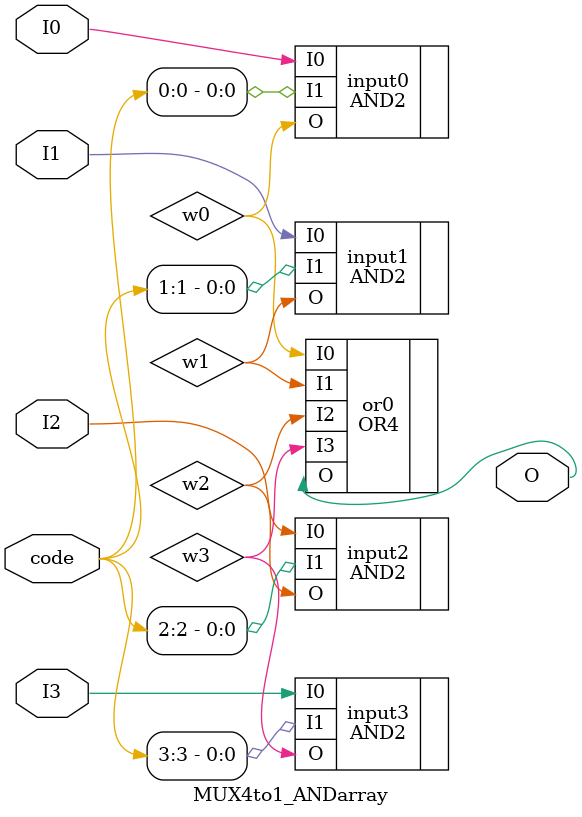
<source format=v>
`timescale 1ns / 1ps
module MUX4to1_ANDarray(
    input [3:0] code,
    input I0,
    input I1,
    input I2,
    input I3,
    output O
    );
	 
	 wire w0, w1, w2, w3;
	 
	 AND2 input0(.I0(I0), .I1(code[0]), .O(w0));
	 AND2 input1(.I0(I1), .I1(code[1]), .O(w1));
	 AND2 input2(.I0(I2), .I1(code[2]), .O(w2));
	 AND2 input3(.I0(I3), .I1(code[3]), .O(w3));
	 
	 OR4 or0(.I0(w0), .I1(w1), .I2(w2), .I3(w3), .O(O));

endmodule

</source>
